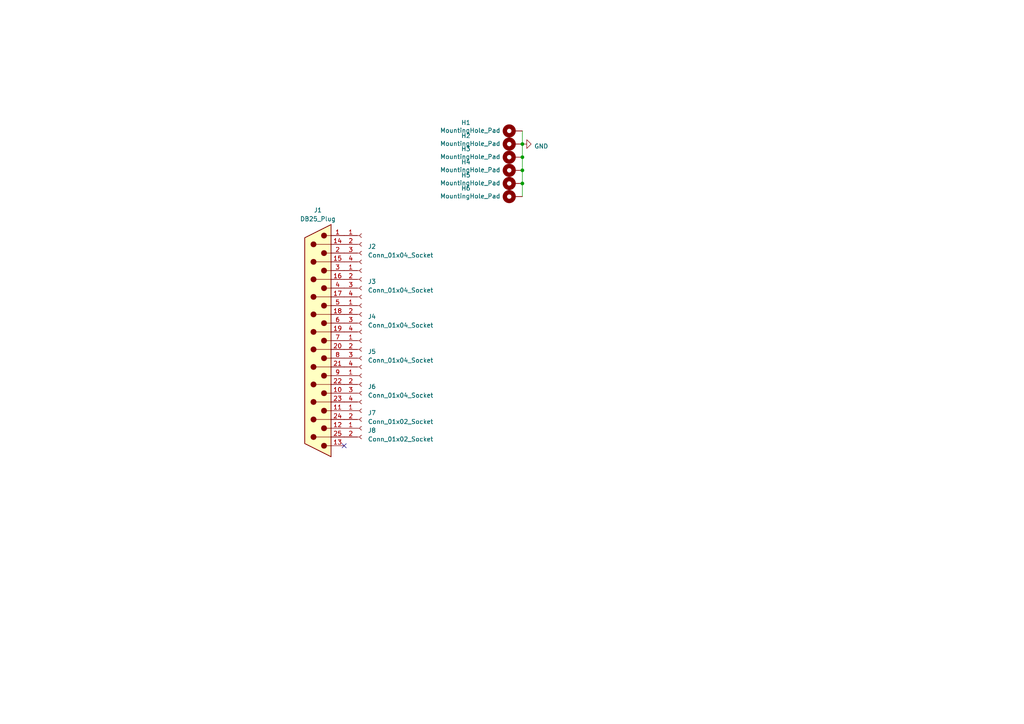
<source format=kicad_sch>
(kicad_sch (version 20230121) (generator eeschema)
  (paper "A4")
  (lib_symbols
    (symbol "Connector:Conn_01x02_Socket" (pin_names (offset 1.016) hide)
      (property "Reference" "J" (at 0 2.54 0))
      (property "Value" "Conn_01x02_Socket" (at 0 -5.08 0))
      (symbol "Conn_01x02_Socket_1_1"
        (arc (start 0 -2.032) (mid -0.5058 -2.54) (end 0 -3.048) (stroke (width 0.1524)))
        (polyline (pts (xy -1.27 -2.54) (xy -0.508 -2.54)) (stroke (width 0.1524)))
        (polyline (pts (xy -1.27 0) (xy -0.508 0)) (stroke (width 0.1524)))
        (arc (start 0 0.508) (mid -0.5058 0) (end 0 -0.508) (stroke (width 0.1524)))
        (pin passive line (at -5.08 0 0) (length 3.81) (name "Pin_1") (number "1"))
        (pin passive line (at -5.08 -2.54 0) (length 3.81) (name "Pin_2") (number "2"))
      )
    )
    (symbol "Connector:Conn_01x04_Socket" (pin_names (offset 1.016) hide)
      (property "Reference" "J" (at 0 5.08 0))
      (property "Value" "Conn_01x04_Socket" (at 0 -7.62 0))
      (symbol "Conn_01x04_Socket_1_1"
        (arc (start 0 -4.572) (mid -0.5058 -5.08) (end 0 -5.588) (stroke (width 0.1524)))
        (arc (start 0 -2.032) (mid -0.5058 -2.54) (end 0 -3.048) (stroke (width 0.1524)))
        (polyline (pts (xy -1.27 -5.08) (xy -0.508 -5.08)) (stroke (width 0.1524)))
        (polyline (pts (xy -1.27 -2.54) (xy -0.508 -2.54)) (stroke (width 0.1524)))
        (polyline (pts (xy -1.27 0) (xy -0.508 0)) (stroke (width 0.1524)))
        (polyline (pts (xy -1.27 2.54) (xy -0.508 2.54)) (stroke (width 0.1524)))
        (arc (start 0 0.508) (mid -0.5058 0) (end 0 -0.508) (stroke (width 0.1524)))
        (arc (start 0 3.048) (mid -0.5058 2.54) (end 0 2.032) (stroke (width 0.1524)))
        (pin passive line (at -5.08 2.54 0) (length 3.81) (name "Pin_1") (number "1"))
        (pin passive line (at -5.08 0 0) (length 3.81) (name "Pin_2") (number "2"))
        (pin passive line (at -5.08 -2.54 0) (length 3.81) (name "Pin_3") (number "3"))
        (pin passive line (at -5.08 -5.08 0) (length 3.81) (name "Pin_4") (number "4"))
      )
    )
    (symbol "Connector:DB25_Plug" (pin_names (offset 1.016) hide)
      (property "Reference" "J" (at 0 34.29 0))
      (property "Value" "DB25_Plug" (at 0 -34.925 0))
      (symbol "DB25_Plug_0_1"
        (circle (center -1.778 -30.48) (radius 0.762) (fill (type outline)))
        (circle (center -1.778 -25.4) (radius 0.762) (fill (type outline)))
        (circle (center -1.778 -20.32) (radius 0.762) (fill (type outline)))
        (circle (center -1.778 -15.24) (radius 0.762) (fill (type outline)))
        (circle (center -1.778 -10.16) (radius 0.762) (fill (type outline)))
        (circle (center -1.778 -5.08) (radius 0.762) (fill (type outline)))
        (circle (center -1.778 0) (radius 0.762) (fill (type outline)))
        (circle (center -1.778 5.08) (radius 0.762) (fill (type outline)))
        (circle (center -1.778 10.16) (radius 0.762) (fill (type outline)))
        (circle (center -1.778 15.24) (radius 0.762) (fill (type outline)))
        (circle (center -1.778 20.32) (radius 0.762) (fill (type outline)))
        (circle (center -1.778 25.4) (radius 0.762) (fill (type outline)))
        (circle (center -1.778 30.48) (radius 0.762) (fill (type outline)))
        (polyline (pts (xy -3.81 -30.48) (xy -2.54 -30.48)))
        (polyline (pts (xy -3.81 -27.94) (xy 0.508 -27.94)))
        (polyline (pts (xy -3.81 -25.4) (xy -2.54 -25.4)))
        (polyline (pts (xy -3.81 -22.86) (xy 0.508 -22.86)))
        (polyline (pts (xy -3.81 -20.32) (xy -2.54 -20.32)))
        (polyline (pts (xy -3.81 -17.78) (xy 0.508 -17.78)))
        (polyline (pts (xy -3.81 -15.24) (xy -2.54 -15.24)))
        (polyline (pts (xy -3.81 -12.7) (xy 0.508 -12.7)))
        (polyline (pts (xy -3.81 -10.16) (xy -2.54 -10.16)))
        (polyline (pts (xy -3.81 -7.62) (xy 0.508 -7.62)))
        (polyline (pts (xy -3.81 -5.08) (xy -2.54 -5.08)))
        (polyline (pts (xy -3.81 -2.54) (xy 0.508 -2.54)))
        (polyline (pts (xy -3.81 0) (xy -2.54 0)))
        (polyline (pts (xy -3.81 2.54) (xy 0.508 2.54)))
        (polyline (pts (xy -3.81 5.08) (xy -2.54 5.08)))
        (polyline (pts (xy -3.81 7.62) (xy 0.508 7.62)))
        (polyline (pts (xy -3.81 10.16) (xy -2.54 10.16)))
        (polyline (pts (xy -3.81 12.7) (xy 0.508 12.7)))
        (polyline (pts (xy -3.81 15.24) (xy -2.54 15.24)))
        (polyline (pts (xy -3.81 17.78) (xy 0.508 17.78)))
        (polyline (pts (xy -3.81 20.32) (xy -2.54 20.32)))
        (polyline (pts (xy -3.81 22.86) (xy 0.508 22.86)))
        (polyline (pts (xy -3.81 25.4) (xy -2.54 25.4)))
        (polyline (pts (xy -3.81 27.94) (xy 0.508 27.94)))
        (polyline (pts (xy -3.81 30.48) (xy -2.54 30.48)))
        (polyline (pts (xy -3.81 -33.655) (xy 3.81 -29.845) (xy 3.81 29.845) (xy -3.81 33.655) (xy -3.81 -33.655)) (stroke (width 0.254)) (fill (type background)))
        (circle (center 1.27 -27.94) (radius 0.762) (fill (type outline)))
        (circle (center 1.27 -22.86) (radius 0.762) (fill (type outline)))
        (circle (center 1.27 -17.78) (radius 0.762) (fill (type outline)))
        (circle (center 1.27 -12.7) (radius 0.762) (fill (type outline)))
        (circle (center 1.27 -7.62) (radius 0.762) (fill (type outline)))
        (circle (center 1.27 -2.54) (radius 0.762) (fill (type outline)))
        (circle (center 1.27 2.54) (radius 0.762) (fill (type outline)))
        (circle (center 1.27 7.62) (radius 0.762) (fill (type outline)))
        (circle (center 1.27 12.7) (radius 0.762) (fill (type outline)))
        (circle (center 1.27 17.78) (radius 0.762) (fill (type outline)))
        (circle (center 1.27 22.86) (radius 0.762) (fill (type outline)))
        (circle (center 1.27 27.94) (radius 0.762) (fill (type outline)))
      )
      (symbol "DB25_Plug_1_1"
        (pin passive line (at -7.62 -30.48 0) (length 3.81) (name "1") (number "1"))
        (pin passive line (at -7.62 15.24 0) (length 3.81) (name "10") (number "10"))
        (pin passive line (at -7.62 20.32 0) (length 3.81) (name "11") (number "11"))
        (pin passive line (at -7.62 25.4 0) (length 3.81) (name "12") (number "12"))
        (pin passive line (at -7.62 30.48 0) (length 3.81) (name "13") (number "13"))
        (pin passive line (at -7.62 -27.94 0) (length 3.81) (name "P14") (number "14"))
        (pin passive line (at -7.62 -22.86 0) (length 3.81) (name "P15") (number "15"))
        (pin passive line (at -7.62 -17.78 0) (length 3.81) (name "P16") (number "16"))
        (pin passive line (at -7.62 -12.7 0) (length 3.81) (name "P17") (number "17"))
        (pin passive line (at -7.62 -7.62 0) (length 3.81) (name "P18") (number "18"))
        (pin passive line (at -7.62 -2.54 0) (length 3.81) (name "P19") (number "19"))
        (pin passive line (at -7.62 -25.4 0) (length 3.81) (name "2") (number "2"))
        (pin passive line (at -7.62 2.54 0) (length 3.81) (name "P20") (number "20"))
        (pin passive line (at -7.62 7.62 0) (length 3.81) (name "P21") (number "21"))
        (pin passive line (at -7.62 12.7 0) (length 3.81) (name "P22") (number "22"))
        (pin passive line (at -7.62 17.78 0) (length 3.81) (name "P23") (number "23"))
        (pin passive line (at -7.62 22.86 0) (length 3.81) (name "P24") (number "24"))
        (pin passive line (at -7.62 27.94 0) (length 3.81) (name "P25") (number "25"))
        (pin passive line (at -7.62 -20.32 0) (length 3.81) (name "3") (number "3"))
        (pin passive line (at -7.62 -15.24 0) (length 3.81) (name "4") (number "4"))
        (pin passive line (at -7.62 -10.16 0) (length 3.81) (name "5") (number "5"))
        (pin passive line (at -7.62 -5.08 0) (length 3.81) (name "6") (number "6"))
        (pin passive line (at -7.62 0 0) (length 3.81) (name "7") (number "7"))
        (pin passive line (at -7.62 5.08 0) (length 3.81) (name "8") (number "8"))
        (pin passive line (at -7.62 10.16 0) (length 3.81) (name "9") (number "9"))
      )
    )
    (symbol "Mechanical:MountingHole_Pad" (pin_numbers hide) (pin_names (offset 1.016) hide)
      (property "Reference" "H" (at 0 6.35 0))
      (property "Value" "MountingHole_Pad" (at 0 4.445 0))
      (symbol "MountingHole_Pad_0_1"
        (circle (center 0 1.27) (radius 1.27) (stroke (width 1.27)))
      )
      (symbol "MountingHole_Pad_1_1"
        (pin input line (at 0 -2.54 90) (length 2.54) (name "1") (number "1"))
      )
    )
    (symbol "power:GND" (power) (pin_names (offset 0))
      (property "Value" "GND" (at 0 -3.81 0))
      (symbol "GND_0_1"
        (polyline (pts (xy 0 0) (xy 0 -1.27) (xy 1.27 -1.27) (xy 0 -2.54) (xy -1.27 -1.27) (xy 0 -1.27)))
      )
      (symbol "GND_1_1"
        (pin power_in line (at 0 0 270) (length 0) hide (name "GND") (number "1"))
      )
    )
  )
  (junction (at 151.511 41.783))
  (junction (at 151.511 49.403))
  (junction (at 151.511 45.593))
  (junction (at 151.511 53.213))
  (no_connect (at 99.822 129.286))
  (wire (pts (xy 151.511 49.403) (xy 151.511 53.213)))
  (wire (pts (xy 151.511 53.213) (xy 151.511 57.023)))
  (wire (pts (xy 151.511 37.973) (xy 151.511 41.783)))
  (wire (pts (xy 151.511 41.783) (xy 151.511 45.593)))
  (wire (pts (xy 151.511 45.593) (xy 151.511 49.403)))
  (symbol (lib_id "Mechanical:MountingHole_Pad") (at 148.971 53.213 90) (unit 1)
    (property "Reference" "H5" (at 135.128 50.8 90))
    (property "Value" "MountingHole_Pad" (at 136.398 53.086 90))
    (property "Footprint" "MountingHole:MountingHole_5mm_Pad" (effects hide))
  )
  (symbol (lib_id "Mechanical:MountingHole_Pad") (at 148.971 57.023 90) (unit 1)
    (property "Reference" "H6" (at 135.128 54.61 90))
    (property "Value" "MountingHole_Pad" (at 136.398 56.896 90))
    (property "Footprint" "MountingHole:MountingHole_5mm_Pad" (effects hide))
  )
  (symbol (lib_id "power:GND") (at 151.511 41.783 90) (unit 1)
    (property "Reference" "#PWR01" (effects hide))
    (property "Value" "GND" (at 154.94 42.418 90) (effects (justify right)))
  )
  (symbol (lib_id "Connector:DB25_Plug") (at 92.202 98.806 180) (unit 1)
    (property "Reference" "J1" (at 92.202 60.96 0))
    (property "Value" "DB25_Plug" (at 92.202 63.5 0))
    (property "Footprint" "0_lib:DB25-TH_FDB2501-M0DB300K6KA" (effects hide))
    (property "Datasheet" " ~" (effects hide))
    (property "LCSC" "C2834344" (effects hide))
  )
  (symbol (lib_id "Mechanical:MountingHole_Pad") (at 148.971 45.593 90) (unit 1)
    (property "Reference" "H3" (at 135.128 43.18 90))
    (property "Value" "MountingHole_Pad" (at 136.398 45.466 90))
    (property "Footprint" "MountingHole:MountingHole_5mm_Pad" (effects hide))
  )
  (symbol (lib_id "Connector:Conn_01x04_Socket") (at 104.902 91.186 0) (unit 1)
    (property "Reference" "J4" (at 106.68 91.821 0) (effects (justify left)))
    (property "Value" "Conn_01x04_Socket" (at 106.68 94.361 0) (effects (justify left)))
    (property "Footprint" "Connector_PinSocket_2.54mm:PinSocket_1x04_P2.54mm_Vertical" (effects hide))
    (property "LCSC" "C2718488" (effects hide))
  )
  (symbol (lib_id "Mechanical:MountingHole_Pad") (at 148.971 49.403 90) (unit 1)
    (property "Reference" "H4" (at 135.128 46.99 90))
    (property "Value" "MountingHole_Pad" (at 136.398 49.276 90))
    (property "Footprint" "MountingHole:MountingHole_5mm_Pad" (effects hide))
  )
  (symbol (lib_id "Connector:Conn_01x02_Socket") (at 104.902 119.126 0) (unit 1)
    (property "Reference" "J7" (at 106.68 119.761 0) (effects (justify left)))
    (property "Value" "Conn_01x02_Socket" (at 106.68 122.301 0) (effects (justify left)))
    (property "Footprint" "Connector_PinSocket_2.54mm:PinSocket_1x02_P2.54mm_Vertical" (effects hide))
    (property "LCSC" "C2935896" (effects hide))
  )
  (symbol (lib_id "Connector:Conn_01x02_Socket") (at 104.902 124.206 0) (unit 1)
    (property "Reference" "J8" (at 106.68 124.841 0) (effects (justify left)))
    (property "Value" "Conn_01x02_Socket" (at 106.68 127.381 0) (effects (justify left)))
    (property "Footprint" "Connector_PinSocket_2.54mm:PinSocket_1x02_P2.54mm_Vertical" (effects hide))
    (property "LCSC" "C2935896" (effects hide))
  )
  (symbol (lib_id "Connector:Conn_01x04_Socket") (at 104.902 101.346 0) (unit 1)
    (property "Reference" "J5" (at 106.68 101.981 0) (effects (justify left)))
    (property "Value" "Conn_01x04_Socket" (at 106.68 104.521 0) (effects (justify left)))
    (property "Footprint" "Connector_PinSocket_2.54mm:PinSocket_1x04_P2.54mm_Vertical" (effects hide))
    (property "LCSC" "C2718488" (effects hide))
  )
  (symbol (lib_id "Connector:Conn_01x04_Socket") (at 104.902 81.026 0) (unit 1)
    (property "Reference" "J3" (at 106.68 81.661 0) (effects (justify left)))
    (property "Value" "Conn_01x04_Socket" (at 106.68 84.201 0) (effects (justify left)))
    (property "Footprint" "Connector_PinSocket_2.54mm:PinSocket_1x04_P2.54mm_Vertical" (effects hide))
    (property "LCSC" "C2718488" (effects hide))
  )
  (symbol (lib_id "Mechanical:MountingHole_Pad") (at 148.971 41.783 90) (unit 1)
    (property "Reference" "H2" (at 135.128 39.37 90))
    (property "Value" "MountingHole_Pad" (at 136.398 41.656 90))
    (property "Footprint" "MountingHole:MountingHole_5mm_Pad" (effects hide))
  )
  (symbol (lib_id "Connector:Conn_01x04_Socket") (at 104.902 111.506 0) (unit 1)
    (property "Reference" "J6" (at 106.68 112.141 0) (effects (justify left)))
    (property "Value" "Conn_01x04_Socket" (at 106.68 114.681 0) (effects (justify left)))
    (property "Footprint" "Connector_PinSocket_2.54mm:PinSocket_1x04_P2.54mm_Vertical" (effects hide))
    (property "LCSC" "C2718488" (effects hide))
  )
  (symbol (lib_id "Mechanical:MountingHole_Pad") (at 148.971 37.973 90) (unit 1)
    (property "Reference" "H1" (at 135.128 35.56 90))
    (property "Value" "MountingHole_Pad" (at 136.398 37.846 90))
    (property "Footprint" "MountingHole:MountingHole_5mm_Pad" (effects hide))
  )
  (symbol (lib_id "Connector:Conn_01x04_Socket") (at 104.902 70.866 0) (unit 1)
    (property "Reference" "J2" (at 106.68 71.501 0) (effects (justify left)))
    (property "Value" "Conn_01x04_Socket" (at 106.68 74.041 0) (effects (justify left)))
    (property "Footprint" "Connector_PinSocket_2.54mm:PinSocket_1x04_P2.54mm_Vertical" (effects hide))
    (property "LCSC" "C2718488" (effects hide))
  )
)
</source>
